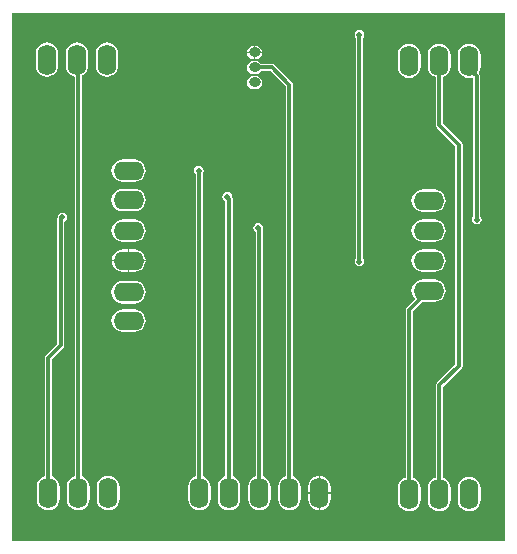
<source format=gbl>
G04*
G04 #@! TF.GenerationSoftware,Altium Limited,Altium Designer,20.1.14 (287)*
G04*
G04 Layer_Physical_Order=2*
G04 Layer_Color=16711680*
%FSLAX44Y44*%
%MOMM*%
G71*
G04*
G04 #@! TF.SameCoordinates,A1741A08-9612-4A6D-A7CB-39B1CF954D6D*
G04*
G04*
G04 #@! TF.FilePolarity,Positive*
G04*
G01*
G75*
%ADD22C,0.3000*%
%ADD23O,2.6000X1.6000*%
%ADD24O,1.6000X2.6000*%
%ADD25O,1.0000X0.8000*%
%ADD26C,0.5000*%
G36*
X418461Y448461D02*
X418461Y1539D01*
X1539Y1539D01*
X1539Y448461D01*
X418461Y448461D01*
D02*
G37*
%LPC*%
G36*
X207618Y420644D02*
X207368D01*
Y415786D01*
X213076D01*
X212799Y417182D01*
X211583Y419001D01*
X209764Y420217D01*
X207618Y420644D01*
D02*
G37*
G36*
X205868D02*
X205618D01*
X203472Y420217D01*
X201653Y419001D01*
X200437Y417182D01*
X200159Y415786D01*
X205868D01*
Y420644D01*
D02*
G37*
G36*
X213076Y414286D02*
X207368D01*
Y409428D01*
X207618D01*
X209764Y409855D01*
X211583Y411071D01*
X212799Y412890D01*
X213076Y414286D01*
D02*
G37*
G36*
X205868D02*
X200159D01*
X200437Y412890D01*
X201653Y411071D01*
X203472Y409855D01*
X205618Y409428D01*
X205868D01*
Y414286D01*
D02*
G37*
G36*
X81550Y423482D02*
X79070Y423156D01*
X76759Y422198D01*
X74774Y420676D01*
X73252Y418691D01*
X72295Y416380D01*
X71968Y413900D01*
Y403900D01*
X72295Y401420D01*
X73252Y399109D01*
X74774Y397124D01*
X76759Y395602D01*
X79070Y394645D01*
X81550Y394318D01*
X84030Y394645D01*
X86341Y395602D01*
X88325Y397124D01*
X89848Y399109D01*
X90805Y401420D01*
X91132Y403900D01*
Y413900D01*
X90805Y416380D01*
X89848Y418691D01*
X88325Y420676D01*
X86341Y422198D01*
X84030Y423156D01*
X81550Y423482D01*
D02*
G37*
G36*
X30750D02*
X28270Y423156D01*
X25959Y422198D01*
X23974Y420676D01*
X22452Y418691D01*
X21495Y416380D01*
X21168Y413900D01*
Y403900D01*
X21495Y401420D01*
X22452Y399109D01*
X23974Y397124D01*
X25959Y395602D01*
X28270Y394645D01*
X30750Y394318D01*
X33230Y394645D01*
X35541Y395602D01*
X37525Y397124D01*
X39048Y399109D01*
X40005Y401420D01*
X40332Y403900D01*
Y413900D01*
X40005Y416380D01*
X39048Y418691D01*
X37525Y420676D01*
X35541Y422198D01*
X33230Y423156D01*
X30750Y423482D01*
D02*
G37*
G36*
X337600Y422582D02*
X335120Y422256D01*
X332809Y421298D01*
X330825Y419776D01*
X329302Y417791D01*
X328345Y415480D01*
X328018Y413000D01*
Y403000D01*
X328345Y400520D01*
X329302Y398209D01*
X330825Y396225D01*
X332809Y394702D01*
X335120Y393745D01*
X337600Y393418D01*
X340080Y393745D01*
X342391Y394702D01*
X344375Y396225D01*
X345898Y398209D01*
X346856Y400520D01*
X347182Y403000D01*
Y413000D01*
X346856Y415480D01*
X345898Y417791D01*
X344375Y419776D01*
X342391Y421298D01*
X340080Y422256D01*
X337600Y422582D01*
D02*
G37*
G36*
X207618Y395244D02*
X205618D01*
X203472Y394817D01*
X201653Y393601D01*
X200437Y391782D01*
X200010Y389636D01*
X200437Y387490D01*
X201653Y385671D01*
X203472Y384455D01*
X205618Y384028D01*
X207618D01*
X209764Y384455D01*
X211583Y385671D01*
X212799Y387490D01*
X213225Y389636D01*
X212799Y391782D01*
X211583Y393601D01*
X209764Y394817D01*
X207618Y395244D01*
D02*
G37*
G36*
X105000Y324582D02*
X95000D01*
X92520Y324255D01*
X90209Y323298D01*
X88224Y321776D01*
X86702Y319791D01*
X85744Y317480D01*
X85418Y315000D01*
X85744Y312520D01*
X86702Y310209D01*
X88224Y308225D01*
X90209Y306702D01*
X92520Y305744D01*
X95000Y305418D01*
X105000D01*
X107480Y305744D01*
X109791Y306702D01*
X111776Y308225D01*
X113298Y310209D01*
X114256Y312520D01*
X114582Y315000D01*
X114256Y317480D01*
X113298Y319791D01*
X111776Y321776D01*
X109791Y323298D01*
X107480Y324255D01*
X105000Y324582D01*
D02*
G37*
G36*
Y299582D02*
X95000D01*
X92520Y299256D01*
X90209Y298298D01*
X88224Y296775D01*
X86702Y294791D01*
X85744Y292480D01*
X85418Y290000D01*
X85744Y287520D01*
X86702Y285209D01*
X88224Y283225D01*
X90209Y281702D01*
X92520Y280744D01*
X95000Y280418D01*
X105000D01*
X107480Y280744D01*
X109791Y281702D01*
X111776Y283225D01*
X113298Y285209D01*
X114256Y287520D01*
X114582Y290000D01*
X114256Y292480D01*
X113298Y294791D01*
X111776Y296775D01*
X109791Y298298D01*
X107480Y299256D01*
X105000Y299582D01*
D02*
G37*
G36*
X359000Y299182D02*
X349000D01*
X346520Y298855D01*
X344209Y297898D01*
X342225Y296376D01*
X340702Y294391D01*
X339744Y292080D01*
X339418Y289600D01*
X339744Y287120D01*
X340702Y284809D01*
X342225Y282825D01*
X344209Y281302D01*
X346520Y280345D01*
X349000Y280018D01*
X359000D01*
X361480Y280345D01*
X363791Y281302D01*
X365775Y282825D01*
X367298Y284809D01*
X368256Y287120D01*
X368582Y289600D01*
X368256Y292080D01*
X367298Y294391D01*
X365775Y296376D01*
X363791Y297898D01*
X361480Y298855D01*
X359000Y299182D01*
D02*
G37*
G36*
X388400Y422582D02*
X385920Y422256D01*
X383609Y421298D01*
X381625Y419776D01*
X380102Y417791D01*
X379145Y415480D01*
X378818Y413000D01*
Y403000D01*
X379145Y400520D01*
X380102Y398209D01*
X381625Y396225D01*
X383609Y394702D01*
X385920Y393745D01*
X388400Y393418D01*
X390477Y393691D01*
X391425Y393006D01*
X391657Y392692D01*
Y276180D01*
X390948Y275119D01*
X390638Y273558D01*
X390948Y271997D01*
X391832Y270674D01*
X393155Y269790D01*
X394716Y269480D01*
X396277Y269790D01*
X397600Y270674D01*
X398484Y271997D01*
X398794Y273558D01*
X398484Y275119D01*
X397775Y276180D01*
Y394743D01*
X397775Y394743D01*
X397542Y395913D01*
X396879Y396906D01*
X396651Y398147D01*
X396698Y398209D01*
X397655Y400520D01*
X397982Y403000D01*
Y413000D01*
X397655Y415480D01*
X396698Y417791D01*
X395176Y419776D01*
X393191Y421298D01*
X390880Y422256D01*
X388400Y422582D01*
D02*
G37*
G36*
X359000Y273782D02*
X349000D01*
X346520Y273456D01*
X344209Y272498D01*
X342225Y270975D01*
X340702Y268991D01*
X339744Y266680D01*
X339418Y264200D01*
X339744Y261720D01*
X340702Y259409D01*
X342225Y257425D01*
X344209Y255902D01*
X346520Y254944D01*
X349000Y254618D01*
X359000D01*
X361480Y254944D01*
X363791Y255902D01*
X365775Y257425D01*
X367298Y259409D01*
X368256Y261720D01*
X368582Y264200D01*
X368256Y266680D01*
X367298Y268991D01*
X365775Y270975D01*
X363791Y272498D01*
X361480Y273456D01*
X359000Y273782D01*
D02*
G37*
G36*
X105000D02*
X95000D01*
X92520Y273456D01*
X90209Y272498D01*
X88224Y270975D01*
X86702Y268991D01*
X85744Y266680D01*
X85418Y264200D01*
X85744Y261720D01*
X86702Y259409D01*
X88224Y257425D01*
X90209Y255902D01*
X92520Y254944D01*
X95000Y254618D01*
X105000D01*
X107480Y254944D01*
X109791Y255902D01*
X111776Y257425D01*
X113298Y259409D01*
X114256Y261720D01*
X114582Y264200D01*
X114256Y266680D01*
X113298Y268991D01*
X111776Y270975D01*
X109791Y272498D01*
X107480Y273456D01*
X105000Y273782D01*
D02*
G37*
G36*
Y248382D02*
X100750D01*
Y239550D01*
X114483D01*
X114256Y241280D01*
X113298Y243591D01*
X111776Y245576D01*
X109791Y247098D01*
X107480Y248055D01*
X105000Y248382D01*
D02*
G37*
G36*
X99250D02*
X95000D01*
X92520Y248055D01*
X90209Y247098D01*
X88224Y245576D01*
X86702Y243591D01*
X85744Y241280D01*
X85517Y239550D01*
X99250D01*
Y248382D01*
D02*
G37*
G36*
X295402Y434100D02*
X293841Y433790D01*
X292518Y432906D01*
X291634Y431583D01*
X291324Y430022D01*
X291634Y428461D01*
X292343Y427400D01*
Y240620D01*
X291634Y239559D01*
X291324Y237998D01*
X291634Y236437D01*
X292518Y235114D01*
X293841Y234230D01*
X295402Y233920D01*
X296963Y234230D01*
X298286Y235114D01*
X299170Y236437D01*
X299480Y237998D01*
X299170Y239559D01*
X298461Y240620D01*
Y427400D01*
X299170Y428461D01*
X299480Y430022D01*
X299170Y431583D01*
X298286Y432906D01*
X296963Y433790D01*
X295402Y434100D01*
D02*
G37*
G36*
X359000Y248382D02*
X349000D01*
X346520Y248055D01*
X344209Y247098D01*
X342225Y245576D01*
X340702Y243591D01*
X339744Y241280D01*
X339418Y238800D01*
X339744Y236320D01*
X340702Y234009D01*
X342225Y232025D01*
X344209Y230502D01*
X346520Y229545D01*
X349000Y229218D01*
X359000D01*
X361480Y229545D01*
X363791Y230502D01*
X365775Y232025D01*
X367298Y234009D01*
X368256Y236320D01*
X368582Y238800D01*
X368256Y241280D01*
X367298Y243591D01*
X365775Y245576D01*
X363791Y247098D01*
X361480Y248055D01*
X359000Y248382D01*
D02*
G37*
G36*
X114483Y238050D02*
X100750D01*
Y229218D01*
X105000D01*
X107480Y229545D01*
X109791Y230502D01*
X111776Y232025D01*
X113298Y234009D01*
X114256Y236320D01*
X114483Y238050D01*
D02*
G37*
G36*
X99250D02*
X85517D01*
X85744Y236320D01*
X86702Y234009D01*
X88224Y232025D01*
X90209Y230502D01*
X92520Y229545D01*
X95000Y229218D01*
X99250D01*
Y238050D01*
D02*
G37*
G36*
X359000Y222982D02*
X349000D01*
X346520Y222656D01*
X344209Y221698D01*
X342225Y220175D01*
X340702Y218191D01*
X339744Y215880D01*
X339418Y213400D01*
X339744Y210920D01*
X340702Y208609D01*
X342225Y206625D01*
X342266Y205992D01*
X335437Y199163D01*
X334774Y198171D01*
X334541Y197000D01*
X334541Y197000D01*
Y55016D01*
X332809Y54298D01*
X330825Y52776D01*
X329302Y50791D01*
X328345Y48480D01*
X328018Y46000D01*
Y36000D01*
X328345Y33520D01*
X329302Y31209D01*
X330825Y29225D01*
X332809Y27702D01*
X335120Y26744D01*
X337600Y26418D01*
X340080Y26744D01*
X342391Y27702D01*
X344375Y29225D01*
X345898Y31209D01*
X346856Y33520D01*
X347182Y36000D01*
Y46000D01*
X346856Y48480D01*
X345898Y50791D01*
X344375Y52776D01*
X342391Y54298D01*
X340659Y55016D01*
Y195733D01*
X348675Y203750D01*
X348744Y203852D01*
X349000Y203818D01*
X359000D01*
X361480Y204144D01*
X363791Y205102D01*
X365775Y206625D01*
X367298Y208609D01*
X368256Y210920D01*
X368582Y213400D01*
X368256Y215880D01*
X367298Y218191D01*
X365775Y220175D01*
X363791Y221698D01*
X361480Y222656D01*
X359000Y222982D01*
D02*
G37*
G36*
X105000Y221582D02*
X95000D01*
X92520Y221255D01*
X90209Y220298D01*
X88224Y218776D01*
X86702Y216791D01*
X85744Y214480D01*
X85418Y212000D01*
X85744Y209520D01*
X86702Y207209D01*
X88224Y205225D01*
X90209Y203702D01*
X92520Y202745D01*
X95000Y202418D01*
X105000D01*
X107480Y202745D01*
X109791Y203702D01*
X111776Y205225D01*
X113298Y207209D01*
X114256Y209520D01*
X114582Y212000D01*
X114256Y214480D01*
X113298Y216791D01*
X111776Y218776D01*
X109791Y220298D01*
X107480Y221255D01*
X105000Y221582D01*
D02*
G37*
G36*
Y197582D02*
X95000D01*
X92520Y197255D01*
X90209Y196298D01*
X88224Y194776D01*
X86702Y192791D01*
X85744Y190480D01*
X85418Y188000D01*
X85744Y185520D01*
X86702Y183209D01*
X88224Y181225D01*
X90209Y179702D01*
X92520Y178745D01*
X95000Y178418D01*
X105000D01*
X107480Y178745D01*
X109791Y179702D01*
X111776Y181225D01*
X113298Y183209D01*
X114256Y185520D01*
X114582Y188000D01*
X114256Y190480D01*
X113298Y192791D01*
X111776Y194776D01*
X109791Y196298D01*
X107480Y197255D01*
X105000Y197582D01*
D02*
G37*
G36*
X262350Y56483D02*
Y42750D01*
X271182D01*
Y47000D01*
X270856Y49480D01*
X269898Y51791D01*
X268375Y53776D01*
X266391Y55298D01*
X264080Y56255D01*
X262350Y56483D01*
D02*
G37*
G36*
X260850D02*
X259120Y56255D01*
X256809Y55298D01*
X254825Y53776D01*
X253302Y51791D01*
X252345Y49480D01*
X252018Y47000D01*
Y42750D01*
X260850D01*
Y56483D01*
D02*
G37*
G36*
X271182Y41250D02*
X262350D01*
Y27517D01*
X264080Y27745D01*
X266391Y28702D01*
X268375Y30224D01*
X269898Y32209D01*
X270856Y34520D01*
X271182Y37000D01*
Y41250D01*
D02*
G37*
G36*
X260850D02*
X252018D01*
Y37000D01*
X252345Y34520D01*
X253302Y32209D01*
X254825Y30224D01*
X256809Y28702D01*
X259120Y27745D01*
X260850Y27517D01*
Y41250D01*
D02*
G37*
G36*
X207618Y407944D02*
X205618D01*
X203472Y407517D01*
X201653Y406301D01*
X200437Y404482D01*
X200010Y402336D01*
X200437Y400190D01*
X201653Y398371D01*
X203472Y397155D01*
X205618Y396728D01*
X207618D01*
X209764Y397155D01*
X211583Y398371D01*
X212189Y399277D01*
X220337D01*
X233141Y386473D01*
Y56016D01*
X231409Y55298D01*
X229425Y53776D01*
X227902Y51791D01*
X226945Y49480D01*
X226618Y47000D01*
Y37000D01*
X226945Y34520D01*
X227902Y32209D01*
X229425Y30224D01*
X231409Y28702D01*
X233720Y27745D01*
X236200Y27418D01*
X238680Y27745D01*
X240991Y28702D01*
X242976Y30224D01*
X244498Y32209D01*
X245455Y34520D01*
X245782Y37000D01*
Y47000D01*
X245455Y49480D01*
X244498Y51791D01*
X242976Y53776D01*
X240991Y55298D01*
X239259Y56016D01*
Y387740D01*
X239259Y387740D01*
X239026Y388910D01*
X238363Y389903D01*
X238363Y389903D01*
X223767Y404499D01*
X222774Y405162D01*
X221604Y405395D01*
X221604Y405395D01*
X212189D01*
X211583Y406301D01*
X209764Y407517D01*
X207618Y407944D01*
D02*
G37*
G36*
X209804Y270524D02*
X208243Y270214D01*
X206920Y269330D01*
X206036Y268007D01*
X205726Y266446D01*
X206036Y264885D01*
X206920Y263562D01*
X207741Y263013D01*
Y56016D01*
X206009Y55298D01*
X204025Y53776D01*
X202502Y51791D01*
X201545Y49480D01*
X201218Y47000D01*
Y37000D01*
X201545Y34520D01*
X202502Y32209D01*
X204025Y30224D01*
X206009Y28702D01*
X208320Y27745D01*
X210800Y27418D01*
X213280Y27745D01*
X215591Y28702D01*
X217575Y30224D01*
X219098Y32209D01*
X220056Y34520D01*
X220382Y37000D01*
Y47000D01*
X220056Y49480D01*
X219098Y51791D01*
X217575Y53776D01*
X215591Y55298D01*
X213859Y56016D01*
Y265450D01*
X213859Y265450D01*
X213771Y265889D01*
X213882Y266446D01*
X213572Y268007D01*
X212688Y269330D01*
X211365Y270214D01*
X209804Y270524D01*
D02*
G37*
G36*
X183388Y296940D02*
X181827Y296630D01*
X180504Y295746D01*
X179620Y294423D01*
X179310Y292862D01*
X179620Y291301D01*
X180504Y289978D01*
X181827Y289094D01*
X181941Y289071D01*
Y56016D01*
X180209Y55298D01*
X178225Y53776D01*
X176702Y51791D01*
X175745Y49480D01*
X175418Y47000D01*
Y37000D01*
X175745Y34520D01*
X176702Y32209D01*
X178225Y30224D01*
X180209Y28702D01*
X182520Y27745D01*
X185000Y27418D01*
X187480Y27745D01*
X189791Y28702D01*
X191775Y30224D01*
X193298Y32209D01*
X194256Y34520D01*
X194582Y37000D01*
Y47000D01*
X194256Y49480D01*
X193298Y51791D01*
X191775Y53776D01*
X189791Y55298D01*
X188059Y56016D01*
Y291250D01*
X187826Y292421D01*
X187439Y293000D01*
X187156Y294423D01*
X186272Y295746D01*
X184949Y296630D01*
X183388Y296940D01*
D02*
G37*
G36*
X159482Y319078D02*
X157922Y318768D01*
X156599Y317884D01*
X155715Y316561D01*
X155404Y315000D01*
X155715Y313439D01*
X156599Y312116D01*
X156941Y311887D01*
Y56016D01*
X155209Y55298D01*
X153225Y53776D01*
X151702Y51791D01*
X150745Y49480D01*
X150418Y47000D01*
Y37000D01*
X150745Y34520D01*
X151702Y32209D01*
X153225Y30224D01*
X155209Y28702D01*
X157520Y27745D01*
X160000Y27418D01*
X162480Y27745D01*
X164791Y28702D01*
X166775Y30224D01*
X168298Y32209D01*
X169256Y34520D01*
X169582Y37000D01*
Y47000D01*
X169256Y49480D01*
X168298Y51791D01*
X166775Y53776D01*
X164791Y55298D01*
X163059Y56016D01*
Y313153D01*
X163250Y313439D01*
X163561Y315000D01*
X163250Y316561D01*
X162366Y317884D01*
X161043Y318768D01*
X159482Y319078D01*
D02*
G37*
G36*
X82790Y56582D02*
X80310Y56255D01*
X77999Y55298D01*
X76015Y53776D01*
X74492Y51791D01*
X73535Y49480D01*
X73208Y47000D01*
Y37000D01*
X73535Y34520D01*
X74492Y32209D01*
X76015Y30224D01*
X77999Y28702D01*
X80310Y27745D01*
X82790Y27418D01*
X85270Y27745D01*
X87581Y28702D01*
X89566Y30224D01*
X91088Y32209D01*
X92046Y34520D01*
X92372Y37000D01*
Y47000D01*
X92046Y49480D01*
X91088Y51791D01*
X89566Y53776D01*
X87581Y55298D01*
X85270Y56255D01*
X82790Y56582D01*
D02*
G37*
G36*
X56150Y423482D02*
X53670Y423156D01*
X51359Y422198D01*
X49374Y420676D01*
X47852Y418691D01*
X46894Y416380D01*
X46568Y413900D01*
Y403900D01*
X46894Y401420D01*
X47852Y399109D01*
X49374Y397124D01*
X51359Y395602D01*
X53670Y394645D01*
X54331Y394557D01*
Y56016D01*
X52599Y55298D01*
X50615Y53776D01*
X49092Y51791D01*
X48135Y49480D01*
X47808Y47000D01*
Y37000D01*
X48135Y34520D01*
X49092Y32209D01*
X50615Y30224D01*
X52599Y28702D01*
X54910Y27745D01*
X57390Y27418D01*
X59870Y27745D01*
X62181Y28702D01*
X64166Y30224D01*
X65689Y32209D01*
X66646Y34520D01*
X66972Y37000D01*
Y47000D01*
X66646Y49480D01*
X65689Y51791D01*
X64166Y53776D01*
X62181Y55298D01*
X60449Y56016D01*
Y395398D01*
X60941Y395602D01*
X62925Y397124D01*
X64448Y399109D01*
X65405Y401420D01*
X65732Y403900D01*
Y413900D01*
X65405Y416380D01*
X64448Y418691D01*
X62925Y420676D01*
X60941Y422198D01*
X58630Y423156D01*
X56150Y423482D01*
D02*
G37*
G36*
X43942Y279414D02*
X42381Y279104D01*
X41058Y278220D01*
X40174Y276897D01*
X39879Y275411D01*
X39592Y274982D01*
X39359Y273812D01*
X39359Y273812D01*
Y168399D01*
X29827Y158867D01*
X29164Y157875D01*
X28932Y156704D01*
X28932Y156704D01*
Y56016D01*
X27199Y55298D01*
X25215Y53776D01*
X23692Y51791D01*
X22735Y49480D01*
X22408Y47000D01*
Y37000D01*
X22735Y34520D01*
X23692Y32209D01*
X25215Y30224D01*
X27199Y28702D01*
X29510Y27745D01*
X31990Y27418D01*
X34470Y27745D01*
X36781Y28702D01*
X38766Y30224D01*
X40289Y32209D01*
X41246Y34520D01*
X41572Y37000D01*
Y47000D01*
X41246Y49480D01*
X40289Y51791D01*
X38766Y53776D01*
X36781Y55298D01*
X35049Y56016D01*
Y155437D01*
X44581Y164969D01*
X44581Y164969D01*
X45244Y165961D01*
X45477Y167132D01*
Y271563D01*
X45503Y271568D01*
X46826Y272452D01*
X47710Y273775D01*
X48020Y275336D01*
X47710Y276897D01*
X46826Y278220D01*
X45503Y279104D01*
X43942Y279414D01*
D02*
G37*
G36*
X388400Y55582D02*
X385920Y55255D01*
X383609Y54298D01*
X381625Y52776D01*
X380102Y50791D01*
X379145Y48480D01*
X378818Y46000D01*
Y36000D01*
X379145Y33520D01*
X380102Y31209D01*
X381625Y29225D01*
X383609Y27702D01*
X385920Y26744D01*
X388400Y26418D01*
X390880Y26744D01*
X393191Y27702D01*
X395176Y29225D01*
X396698Y31209D01*
X397655Y33520D01*
X397982Y36000D01*
Y46000D01*
X397655Y48480D01*
X396698Y50791D01*
X395176Y52776D01*
X393191Y54298D01*
X390880Y55255D01*
X388400Y55582D01*
D02*
G37*
G36*
X363000Y422582D02*
X360520Y422256D01*
X358209Y421298D01*
X356225Y419776D01*
X354702Y417791D01*
X353745Y415480D01*
X353418Y413000D01*
Y403000D01*
X353745Y400520D01*
X354702Y398209D01*
X356225Y396225D01*
X358209Y394702D01*
X359941Y393984D01*
Y353534D01*
X359941Y353534D01*
X360174Y352364D01*
X360837Y351371D01*
X376671Y335537D01*
Y151127D01*
X360837Y135293D01*
X360174Y134300D01*
X359941Y133130D01*
X359941Y133130D01*
Y55016D01*
X358209Y54298D01*
X356225Y52776D01*
X354702Y50791D01*
X353745Y48480D01*
X353418Y46000D01*
Y36000D01*
X353745Y33520D01*
X354702Y31209D01*
X356225Y29225D01*
X358209Y27702D01*
X360520Y26744D01*
X363000Y26418D01*
X365480Y26744D01*
X367791Y27702D01*
X369776Y29225D01*
X371298Y31209D01*
X372256Y33520D01*
X372582Y36000D01*
Y46000D01*
X372256Y48480D01*
X371298Y50791D01*
X369776Y52776D01*
X367791Y54298D01*
X366059Y55016D01*
Y131863D01*
X381893Y147697D01*
X381893Y147697D01*
X382556Y148689D01*
X382789Y149860D01*
Y336804D01*
X382556Y337975D01*
X381893Y338967D01*
X381893Y338967D01*
X366059Y354801D01*
Y393984D01*
X367791Y394702D01*
X369776Y396225D01*
X371298Y398209D01*
X372256Y400520D01*
X372582Y403000D01*
Y413000D01*
X372256Y415480D01*
X371298Y417791D01*
X369776Y419776D01*
X367791Y421298D01*
X365480Y422256D01*
X363000Y422582D01*
D02*
G37*
%LPD*%
D22*
X160000Y42000D02*
Y314482D01*
X159482Y315000D02*
X160000Y314482D01*
X206618Y402336D02*
X221604D01*
X236200Y387740D01*
Y42000D02*
Y387740D01*
X388400Y401059D02*
Y408000D01*
Y401059D02*
X394716Y394743D01*
Y273558D02*
Y394743D01*
X337600Y41000D02*
Y197000D01*
X346513Y205913D01*
Y207395D01*
X352518Y213400D01*
X354000D01*
X363000Y353534D02*
Y408000D01*
X379730Y149860D02*
Y336804D01*
X363000Y353534D02*
X379730Y336804D01*
X363000Y133130D02*
X379730Y149860D01*
X363000Y41000D02*
Y133130D01*
X42418Y167132D02*
Y273812D01*
X43942Y275336D01*
X31990Y42000D02*
Y156704D01*
X42418Y167132D01*
X57390Y42000D02*
Y407660D01*
X56150Y408900D02*
X57390Y407660D01*
X295402Y237998D02*
Y430022D01*
X210800Y42000D02*
Y265450D01*
X209804Y266446D02*
X210800Y265450D01*
X185000Y42000D02*
Y291250D01*
X183388Y292862D02*
X185000Y291250D01*
D23*
X354000Y213400D02*
D03*
Y238800D02*
D03*
Y264200D02*
D03*
Y289600D02*
D03*
X100000Y188000D02*
D03*
Y212000D02*
D03*
Y238800D02*
D03*
Y315000D02*
D03*
Y290000D02*
D03*
Y264200D02*
D03*
D24*
X261600Y42000D02*
D03*
X210800D02*
D03*
X185000D02*
D03*
X160000D02*
D03*
X236200D02*
D03*
X337600Y408000D02*
D03*
X363000D02*
D03*
X388400D02*
D03*
X30750Y408900D02*
D03*
X56150D02*
D03*
X81550D02*
D03*
X82790Y42000D02*
D03*
X57390D02*
D03*
X31990D02*
D03*
X388400Y41000D02*
D03*
X363000D02*
D03*
X337600D02*
D03*
D25*
X206618Y415036D02*
D03*
Y402336D02*
D03*
Y389636D02*
D03*
D26*
X159482Y315000D02*
D03*
X295402Y430022D02*
D03*
X394716Y273558D02*
D03*
X43942Y275336D02*
D03*
X295402Y237998D02*
D03*
X209804Y266446D02*
D03*
X183388Y292862D02*
D03*
M02*

</source>
